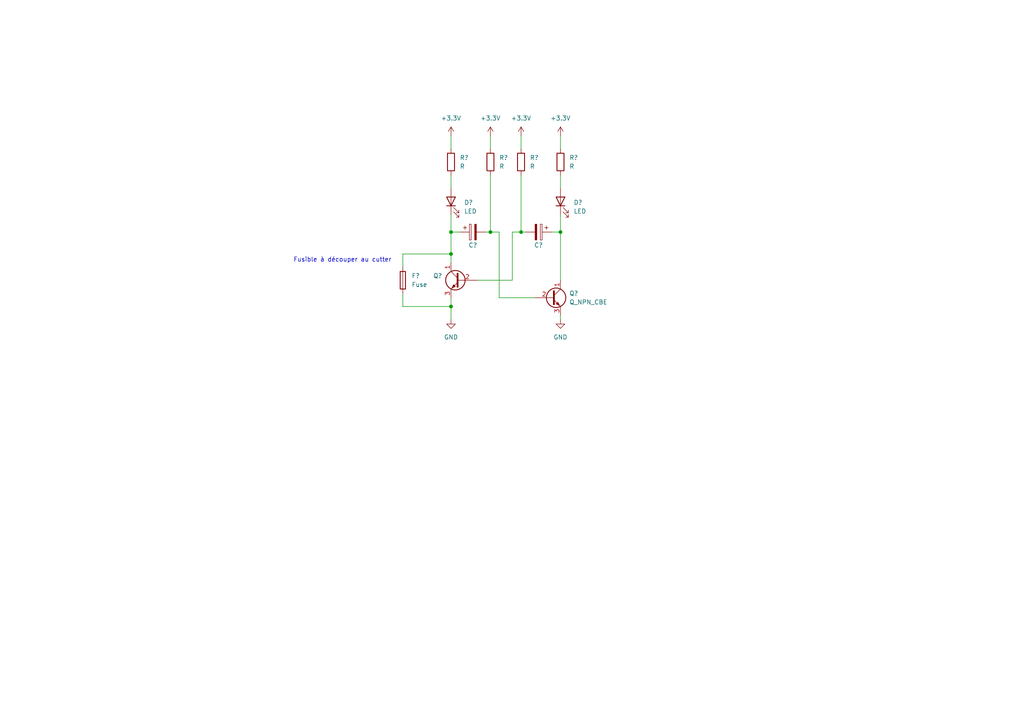
<source format=kicad_sch>
(kicad_sch (version 20211123) (generator eeschema)
  (paper "A4")
  (lib_symbols
    (symbol "Device:C_Polarized" (pin_numbers hide) (pin_names (offset 0.254))
      (property "Reference" "C" (at 0.635 2.54 0))
      (property "Value" "C_Polarized" (at 0.635 -2.54 0))
      (symbol "C_Polarized_0_1"
        (rectangle (start -2.286 0.508) (end 2.286 1.016))
        (polyline (pts (xy -1.778 2.286) (xy -0.762 2.286)))
        (polyline (pts (xy -1.27 2.794) (xy -1.27 1.778)))
        (rectangle (start 2.286 -0.508) (end -2.286 -1.016) (fill (type outline)))
      )
      (symbol "C_Polarized_1_1"
        (pin passive line (at 0 3.81 270) (length 2.794) (name "~") (number "1"))
        (pin passive line (at 0 -3.81 90) (length 2.794) (name "~") (number "2"))
      )
    )
    (symbol "Device:Fuse" (pin_numbers hide) (pin_names (offset 0))
      (property "Reference" "F" (at 2.032 0 90))
      (property "Value" "Fuse" (at -1.905 0 90))
      (symbol "Fuse_0_1"
        (rectangle (start -0.762 -2.54) (end 0.762 2.54) (stroke (width 0.254)))
        (polyline (pts (xy 0 2.54) (xy 0 -2.54)))
      )
      (symbol "Fuse_1_1"
        (pin passive line (at 0 3.81 270) (length 1.27) (name "~") (number "1"))
        (pin passive line (at 0 -3.81 90) (length 1.27) (name "~") (number "2"))
      )
    )
    (symbol "Device:LED" (pin_numbers hide) (pin_names (offset 1.016) hide)
      (property "Reference" "D" (at 0 2.54 0))
      (property "Value" "LED" (at 0 -2.54 0))
      (symbol "LED_0_1"
        (polyline (pts (xy -1.27 -1.27) (xy -1.27 1.27)) (stroke (width 0.254)))
        (polyline (pts (xy -1.27 0) (xy 1.27 0)))
        (polyline (pts (xy 1.27 -1.27) (xy 1.27 1.27) (xy -1.27 0) (xy 1.27 -1.27)) (stroke (width 0.254)))
        (polyline (pts (xy -3.048 -0.762) (xy -4.572 -2.286) (xy -3.81 -2.286) (xy -4.572 -2.286) (xy -4.572 -1.524)))
        (polyline (pts (xy -1.778 -0.762) (xy -3.302 -2.286) (xy -2.54 -2.286) (xy -3.302 -2.286) (xy -3.302 -1.524)))
      )
      (symbol "LED_1_1"
        (pin passive line (at -3.81 0 0) (length 2.54) (name "K") (number "1"))
        (pin passive line (at 3.81 0 180) (length 2.54) (name "A") (number "2"))
      )
    )
    (symbol "Device:Q_NPN_CBE" (pin_names (offset 0) hide)
      (property "Reference" "Q" (at 5.08 1.27 0))
      (property "Value" "Q_NPN_CBE" (at 5.08 -1.27 0))
      (symbol "Q_NPN_CBE_0_1"
        (polyline (pts (xy 0.635 0.635) (xy 2.54 2.54)))
        (polyline (pts (xy 0.635 -0.635) (xy 2.54 -2.54) (xy 2.54 -2.54)))
        (polyline (pts (xy 0.635 1.905) (xy 0.635 -1.905) (xy 0.635 -1.905)) (stroke (width 0.508)))
        (polyline (pts (xy 1.27 -1.778) (xy 1.778 -1.27) (xy 2.286 -2.286) (xy 1.27 -1.778) (xy 1.27 -1.778)) (fill (type outline)))
        (circle (center 1.27 0) (radius 2.8194) (stroke (width 0.254)))
      )
      (symbol "Q_NPN_CBE_1_1"
        (pin passive line (at 2.54 5.08 270) (length 2.54) (name "C") (number "1"))
        (pin input line (at -5.08 0 0) (length 5.715) (name "B") (number "2"))
        (pin passive line (at 2.54 -5.08 90) (length 2.54) (name "E") (number "3"))
      )
    )
    (symbol "Device:R" (pin_numbers hide) (pin_names (offset 0))
      (property "Reference" "R" (at 2.032 0 90))
      (property "Value" "R" (at 0 0 90))
      (symbol "R_0_1"
        (rectangle (start -1.016 -2.54) (end 1.016 2.54) (stroke (width 0.254)))
      )
      (symbol "R_1_1"
        (pin passive line (at 0 3.81 270) (length 1.27) (name "~") (number "1"))
        (pin passive line (at 0 -3.81 90) (length 1.27) (name "~") (number "2"))
      )
    )
    (symbol "power:+3.3V" (power) (pin_names (offset 0))
      (property "Value" "+3.3V" (at 0 3.556 0))
      (symbol "+3.3V_0_1"
        (polyline (pts (xy -0.762 1.27) (xy 0 2.54)))
        (polyline (pts (xy 0 0) (xy 0 2.54)))
        (polyline (pts (xy 0 2.54) (xy 0.762 1.27)))
      )
      (symbol "+3.3V_1_1"
        (pin power_in line (at 0 0 90) (length 0) hide (name "+3.3V") (number "1"))
      )
    )
    (symbol "power:GND" (power) (pin_names (offset 0))
      (property "Value" "GND" (at 0 -3.81 0))
      (symbol "GND_0_1"
        (polyline (pts (xy 0 0) (xy 0 -1.27) (xy 1.27 -1.27) (xy 0 -2.54) (xy -1.27 -1.27) (xy 0 -1.27)))
      )
      (symbol "GND_1_1"
        (pin power_in line (at 0 0 270) (length 0) hide (name "GND") (number "1"))
      )
    )
  )
  (junction (at 142.24 67.31))
  (junction (at 151.13 67.31))
  (junction (at 130.81 67.31))
  (junction (at 130.81 73.66))
  (junction (at 130.81 88.9))
  (junction (at 162.56 67.31))
  (wire (pts (xy 130.81 73.66) (xy 116.84 73.66)))
  (wire (pts (xy 130.81 39.37) (xy 130.81 43.18)))
  (wire (pts (xy 162.56 50.8) (xy 162.56 54.61)))
  (wire (pts (xy 142.24 67.31) (xy 144.78 67.31)))
  (wire (pts (xy 130.81 73.66) (xy 130.81 67.31)))
  (wire (pts (xy 130.81 62.23) (xy 130.81 67.31)))
  (wire (pts (xy 140.97 67.31) (xy 142.24 67.31)))
  (wire (pts (xy 162.56 67.31) (xy 162.56 81.28)))
  (wire (pts (xy 162.56 91.44) (xy 162.56 92.71)))
  (wire (pts (xy 116.84 73.66) (xy 116.84 77.47)))
  (wire (pts (xy 160.02 67.31) (xy 162.56 67.31)))
  (wire (pts (xy 130.81 88.9) (xy 130.81 92.71)))
  (wire (pts (xy 151.13 67.31) (xy 152.4 67.31)))
  (wire (pts (xy 144.78 67.31) (xy 144.78 86.36)))
  (wire (pts (xy 151.13 50.8) (xy 151.13 67.31)))
  (wire (pts (xy 116.84 85.09) (xy 116.84 88.9)))
  (wire (pts (xy 130.81 76.2) (xy 130.81 73.66)))
  (wire (pts (xy 130.81 50.8) (xy 130.81 54.61)))
  (wire (pts (xy 162.56 39.37) (xy 162.56 43.18)))
  (wire (pts (xy 148.59 67.31) (xy 151.13 67.31)))
  (wire (pts (xy 130.81 67.31) (xy 133.35 67.31)))
  (wire (pts (xy 148.59 81.28) (xy 148.59 67.31)))
  (wire (pts (xy 142.24 39.37) (xy 142.24 43.18)))
  (wire (pts (xy 116.84 88.9) (xy 130.81 88.9)))
  (wire (pts (xy 151.13 39.37) (xy 151.13 43.18)))
  (wire (pts (xy 142.24 50.8) (xy 142.24 67.31)))
  (wire (pts (xy 138.43 81.28) (xy 148.59 81.28)))
  (wire (pts (xy 154.94 86.36) (xy 144.78 86.36)))
  (wire (pts (xy 130.81 86.36) (xy 130.81 88.9)))
  (wire (pts (xy 162.56 62.23) (xy 162.56 67.31)))
  (text "Fusible à découper au cutter" (at 85.09 76.2 0) (effects (font (size 1.27 1.27)) (justify left bottom)))
  (symbol (lib_id "Device:R") (at 142.24 46.99 0) (unit 1)
    (property "Reference" "R?" (at 144.78 45.7199 0) (effects (justify left)))
    (property "Value" "R" (at 144.78 48.2599 0) (effects (justify left)))
    (property "Footprint" "Resistor_SMD:R_0805_2012Metric" (effects hide))
  )
  (symbol (lib_id "Device:Q_NPN_CBE") (at 160.02 86.36 0) (unit 1)
    (property "Reference" "Q?" (at 165.1 85.0899 0) (effects (justify left)))
    (property "Value" "Q_NPN_CBE" (at 165.1 87.6299 0) (effects (justify left)))
  )
  (symbol (lib_id "power:GND") (at 162.56 92.71 0) (unit 1)
    (property "Reference" "#PWR?" (effects hide))
    (property "Value" "GND" (at 162.56 97.79 0))
  )
  (symbol (lib_id "power:+3.3V") (at 142.24 39.37 0) (unit 1)
    (property "Reference" "#PWR?" (effects hide))
    (property "Value" "+3.3V" (at 142.24 34.29 0))
  )
  (symbol (lib_id "power:GND") (at 130.81 92.71 0) (unit 1)
    (property "Reference" "#PWR?" (effects hide))
    (property "Value" "GND" (at 130.81 97.79 0))
  )
  (symbol (lib_id "Device:R") (at 162.56 46.99 0) (unit 1)
    (property "Reference" "R?" (at 165.1 45.7199 0) (effects (justify left)))
    (property "Value" "R" (at 165.1 48.2599 0) (effects (justify left)))
    (property "Footprint" "Resistor_SMD:R_0805_2012Metric" (effects hide))
  )
  (symbol (lib_id "Device:Fuse") (at 116.84 81.28 0) (unit 1)
    (property "Reference" "F?" (at 119.38 80.0099 0) (effects (justify left)))
    (property "Value" "Fuse" (at 119.38 82.5499 0) (effects (justify left)))
  )
  (symbol (lib_id "Device:C_Polarized") (at 156.21 67.31 270) (unit 1)
    (property "Reference" "C?" (at 156.21 71.12 90))
    (property "Value" "C_Polarized" (effects hide))
  )
  (symbol (lib_id "Device:Q_NPN_CBE") (at 133.35 81.28 0) (mirror y) (unit 1)
    (property "Reference" "Q?" (at 128.27 80.0099 0) (effects (justify left)))
    (property "Value" "Q_NPN_CBE" (effects hide))
  )
  (symbol (lib_id "Device:LED") (at 162.56 58.42 90) (unit 1)
    (property "Reference" "D?" (at 166.37 58.7374 90) (effects (justify right)))
    (property "Value" "LED" (at 166.37 61.2774 90) (effects (justify right)))
  )
  (symbol (lib_id "power:+3.3V") (at 162.56 39.37 0) (unit 1)
    (property "Reference" "#PWR?" (effects hide))
    (property "Value" "+3.3V" (at 162.56 34.29 0))
  )
  (symbol (lib_id "Device:R") (at 130.81 46.99 0) (unit 1)
    (property "Reference" "R?" (at 133.35 45.7199 0) (effects (justify left)))
    (property "Value" "R" (at 133.35 48.2599 0) (effects (justify left)))
    (property "Footprint" "Resistor_SMD:R_0805_2012Metric" (effects hide))
  )
  (symbol (lib_id "Device:C_Polarized") (at 137.16 67.31 90) (mirror x) (unit 1)
    (property "Reference" "C?" (at 137.16 71.12 90))
    (property "Value" "C_Polarized" (effects hide))
  )
  (symbol (lib_id "Device:R") (at 151.13 46.99 0) (unit 1)
    (property "Reference" "R?" (at 153.67 45.7199 0) (effects (justify left)))
    (property "Value" "R" (at 153.67 48.2599 0) (effects (justify left)))
    (property "Footprint" "Resistor_SMD:R_0805_2012Metric" (effects hide))
  )
  (symbol (lib_id "power:+3.3V") (at 130.81 39.37 0) (unit 1)
    (property "Reference" "#PWR?" (effects hide))
    (property "Value" "+3.3V" (at 130.81 34.29 0))
  )
  (symbol (lib_id "Device:LED") (at 130.81 58.42 90) (unit 1)
    (property "Reference" "D?" (at 134.62 58.7374 90) (effects (justify right)))
    (property "Value" "LED" (at 134.62 61.2774 90) (effects (justify right)))
  )
  (symbol (lib_id "power:+3.3V") (at 151.13 39.37 0) (unit 1)
    (property "Reference" "#PWR?" (effects hide))
    (property "Value" "+3.3V" (at 151.13 34.29 0))
  )
)
</source>
